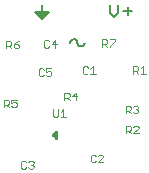
<source format=gto>
G75*
%MOIN*%
%OFA0B0*%
%FSLAX24Y24*%
%IPPOS*%
%LPD*%
%AMOC8*
5,1,8,0,0,1.08239X$1,22.5*
%
%ADD10C,0.0070*%
%ADD11C,0.0079*%
%ADD12C,0.0050*%
%ADD13C,0.0030*%
%ADD14C,0.0020*%
D10*
X004502Y005370D02*
X004636Y005505D01*
X004636Y005773D01*
X004802Y005572D02*
X005071Y005572D01*
X004937Y005706D02*
X004937Y005438D01*
X004502Y005370D02*
X004367Y005505D01*
X004367Y005773D01*
D11*
X003505Y004509D02*
X003503Y004489D01*
X003498Y004469D01*
X003489Y004450D01*
X003477Y004433D01*
X003463Y004419D01*
X003446Y004407D01*
X003427Y004398D01*
X003407Y004393D01*
X003387Y004391D01*
X003367Y004393D01*
X003347Y004398D01*
X003328Y004407D01*
X003311Y004419D01*
X003297Y004433D01*
X003285Y004450D01*
X003276Y004469D01*
X003271Y004489D01*
X003269Y004509D01*
X003267Y004529D01*
X003262Y004549D01*
X003253Y004568D01*
X003241Y004585D01*
X003227Y004599D01*
X003210Y004611D01*
X003191Y004620D01*
X003171Y004625D01*
X003151Y004627D01*
X003131Y004625D01*
X003111Y004620D01*
X003092Y004611D01*
X003075Y004599D01*
X003061Y004585D01*
X003049Y004568D01*
X003040Y004549D01*
X003035Y004529D01*
X003033Y004509D01*
X002183Y005391D02*
X001993Y005391D01*
X001916Y005468D02*
X002260Y005468D01*
X002324Y005532D02*
X002088Y005296D01*
X001852Y005532D01*
X002324Y005532D01*
X002106Y005314D02*
X002071Y005314D01*
X002088Y005572D02*
X002088Y005769D01*
D12*
X002580Y001556D02*
X002580Y001280D01*
X002443Y001418D01*
X002580Y001556D01*
X002580Y001545D02*
X002569Y001545D01*
X002580Y001497D02*
X002521Y001497D01*
X002472Y001448D02*
X002580Y001448D01*
X002580Y001400D02*
X002461Y001400D01*
X002510Y001351D02*
X002580Y001351D01*
X002580Y001303D02*
X002558Y001303D01*
D13*
X002580Y002043D02*
X002498Y002043D01*
X002458Y002084D01*
X002458Y002289D01*
X002621Y002289D02*
X002621Y002084D01*
X002580Y002043D01*
X002711Y002043D02*
X002875Y002043D01*
X002793Y002043D02*
X002793Y002289D01*
X002711Y002207D01*
D14*
X001382Y000353D02*
X001424Y000310D01*
X001510Y000310D01*
X001552Y000353D01*
X001635Y000353D02*
X001678Y000310D01*
X001763Y000310D01*
X001806Y000353D01*
X001806Y000395D01*
X001763Y000438D01*
X001721Y000438D01*
X001763Y000438D02*
X001806Y000481D01*
X001806Y000523D01*
X001763Y000566D01*
X001678Y000566D01*
X001635Y000523D01*
X001552Y000523D02*
X001510Y000566D01*
X001424Y000566D01*
X001382Y000523D01*
X001382Y000353D01*
X001197Y002353D02*
X001111Y002353D01*
X001069Y002396D01*
X000986Y002353D02*
X000900Y002439D01*
X000943Y002439D02*
X000815Y002439D01*
X000815Y002353D02*
X000815Y002609D01*
X000943Y002609D01*
X000986Y002566D01*
X000986Y002481D01*
X000943Y002439D01*
X001069Y002481D02*
X001154Y002524D01*
X001197Y002524D01*
X001239Y002481D01*
X001239Y002396D01*
X001197Y002353D01*
X001069Y002481D02*
X001069Y002609D01*
X001239Y002609D01*
X002015Y003393D02*
X002100Y003393D01*
X002143Y003435D01*
X002226Y003435D02*
X002269Y003393D01*
X002354Y003393D01*
X002397Y003435D01*
X002397Y003521D01*
X002354Y003563D01*
X002312Y003563D01*
X002226Y003521D01*
X002226Y003648D01*
X002397Y003648D01*
X002143Y003606D02*
X002100Y003648D01*
X002015Y003648D01*
X001973Y003606D01*
X001973Y003435D01*
X002015Y003393D01*
X002834Y002845D02*
X002834Y002590D01*
X002834Y002675D02*
X002962Y002675D01*
X003005Y002717D01*
X003005Y002803D01*
X002962Y002845D01*
X002834Y002845D01*
X002920Y002675D02*
X003005Y002590D01*
X003088Y002717D02*
X003259Y002717D01*
X003216Y002590D02*
X003216Y002845D01*
X003088Y002717D01*
X003491Y003460D02*
X003576Y003460D01*
X003619Y003502D01*
X003702Y003460D02*
X003873Y003460D01*
X003788Y003460D02*
X003788Y003715D01*
X003702Y003630D01*
X003619Y003673D02*
X003576Y003715D01*
X003491Y003715D01*
X003449Y003673D01*
X003449Y003502D01*
X003491Y003460D01*
X004083Y004361D02*
X004083Y004617D01*
X004211Y004617D01*
X004253Y004574D01*
X004253Y004489D01*
X004211Y004446D01*
X004083Y004446D01*
X004168Y004446D02*
X004253Y004361D01*
X004337Y004361D02*
X004337Y004404D01*
X004507Y004574D01*
X004507Y004617D01*
X004337Y004617D01*
X005118Y003731D02*
X005246Y003731D01*
X005288Y003689D01*
X005288Y003603D01*
X005246Y003561D01*
X005118Y003561D01*
X005203Y003561D02*
X005288Y003475D01*
X005372Y003475D02*
X005542Y003475D01*
X005457Y003475D02*
X005457Y003731D01*
X005372Y003646D01*
X005118Y003731D02*
X005118Y003475D01*
X005167Y002412D02*
X005252Y002412D01*
X005294Y002370D01*
X005294Y002327D01*
X005252Y002284D01*
X005294Y002242D01*
X005294Y002199D01*
X005252Y002156D01*
X005167Y002156D01*
X005124Y002199D01*
X005041Y002156D02*
X004955Y002242D01*
X004998Y002242D02*
X004870Y002242D01*
X004870Y002156D02*
X004870Y002412D01*
X004998Y002412D01*
X005041Y002370D01*
X005041Y002284D01*
X004998Y002242D01*
X005124Y002370D02*
X005167Y002412D01*
X005209Y002284D02*
X005252Y002284D01*
X005263Y001743D02*
X005178Y001743D01*
X005135Y001700D01*
X005052Y001700D02*
X005052Y001615D01*
X005010Y001572D01*
X004882Y001572D01*
X004882Y001487D02*
X004882Y001743D01*
X005010Y001743D01*
X005052Y001700D01*
X004967Y001572D02*
X005052Y001487D01*
X005135Y001487D02*
X005306Y001658D01*
X005306Y001700D01*
X005263Y001743D01*
X005306Y001487D02*
X005135Y001487D01*
X004129Y000732D02*
X004087Y000774D01*
X004001Y000774D01*
X003959Y000732D01*
X003875Y000732D02*
X003833Y000774D01*
X003747Y000774D01*
X003705Y000732D01*
X003705Y000561D01*
X003747Y000519D01*
X003833Y000519D01*
X003875Y000561D01*
X003959Y000519D02*
X004129Y000689D01*
X004129Y000732D01*
X004129Y000519D02*
X003959Y000519D01*
X002531Y004345D02*
X002531Y004601D01*
X002403Y004473D01*
X002574Y004473D01*
X002320Y004388D02*
X002277Y004345D01*
X002192Y004345D01*
X002149Y004388D01*
X002149Y004559D01*
X002192Y004601D01*
X002277Y004601D01*
X002320Y004559D01*
X001318Y004578D02*
X001233Y004535D01*
X001148Y004450D01*
X001275Y004450D01*
X001318Y004407D01*
X001318Y004364D01*
X001275Y004322D01*
X001190Y004322D01*
X001148Y004364D01*
X001148Y004450D01*
X001064Y004450D02*
X001064Y004535D01*
X001022Y004578D01*
X000894Y004578D01*
X000894Y004322D01*
X000894Y004407D02*
X001022Y004407D01*
X001064Y004450D01*
X000979Y004407D02*
X001064Y004322D01*
M02*

</source>
